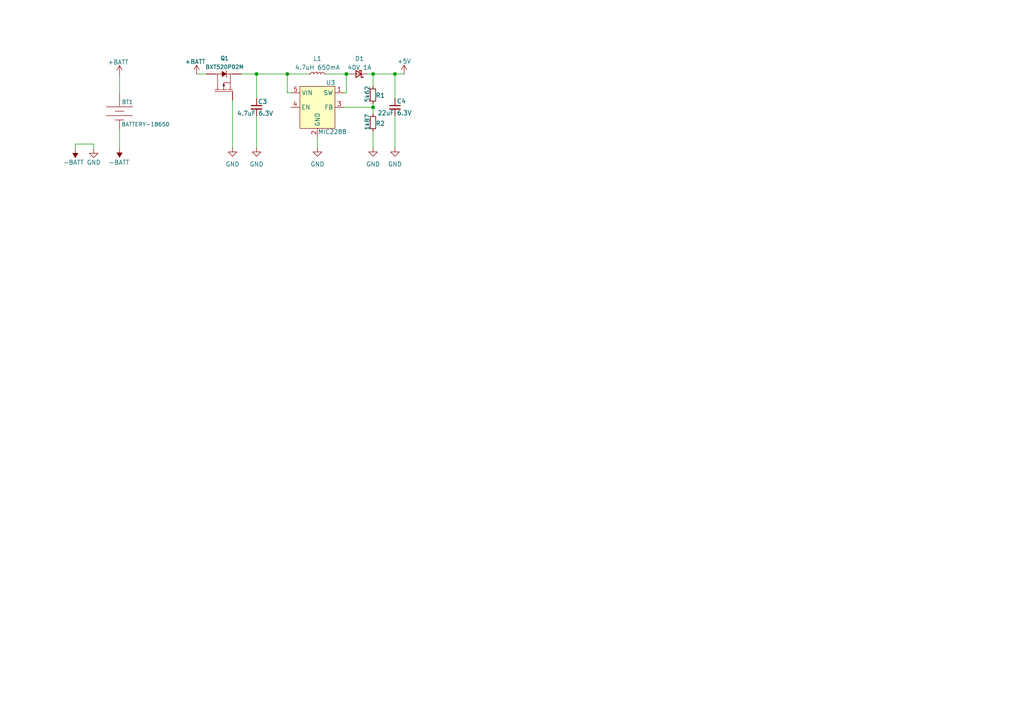
<source format=kicad_sch>
(kicad_sch (version 20230121) (generator eeschema)
  (paper "A4")
  (lib_symbols
    (symbol "Device:C_Small" (pin_numbers hide) (pin_names (offset 0.254) hide)
      (property "Reference" "C" (at 0.254 1.778 0))
      (property "Value" "C_Small" (at 0.254 -2.032 0))
      (symbol "C_Small_0_1"
        (polyline (pts (xy -1.524 -0.508) (xy 1.524 -0.508)) (stroke (width 0.3302)))
        (polyline (pts (xy -1.524 0.508) (xy 1.524 0.508)) (stroke (width 0.3048)))
      )
      (symbol "C_Small_1_1"
        (pin passive line (at 0 2.54 270) (length 2.032) (name "~") (number "1"))
        (pin passive line (at 0 -2.54 90) (length 2.032) (name "~") (number "2"))
      )
    )
    (symbol "Device:D_Schottky_Small" (pin_numbers hide) (pin_names (offset 0.254) hide)
      (property "Reference" "D" (at -1.27 2.032 0))
      (property "Value" "D_Schottky_Small" (at -7.112 -2.032 0))
      (symbol "D_Schottky_Small_0_1"
        (polyline (pts (xy -0.762 0) (xy 0.762 0)))
        (polyline (pts (xy 0.762 -1.016) (xy -0.762 0) (xy 0.762 1.016) (xy 0.762 -1.016)) (stroke (width 0.254)))
        (polyline (pts (xy -1.27 0.762) (xy -1.27 1.016) (xy -0.762 1.016) (xy -0.762 -1.016) (xy -0.254 -1.016) (xy -0.254 -0.762)) (stroke (width 0.254)))
      )
      (symbol "D_Schottky_Small_1_1"
        (pin passive line (at -2.54 0 0) (length 1.778) (name "K") (number "1"))
        (pin passive line (at 2.54 0 180) (length 1.778) (name "A") (number "2"))
      )
    )
    (symbol "Device:L_Small" (pin_numbers hide) (pin_names (offset 0.254) hide)
      (property "Reference" "L" (at 0.762 1.016 0))
      (property "Value" "L_Small" (at 0.762 -1.016 0))
      (symbol "L_Small_0_1"
        (arc (start 0 -2.032) (mid 0.5058 -1.524) (end 0 -1.016))
        (arc (start 0 -1.016) (mid 0.5058 -0.508) (end 0 0))
        (arc (start 0 0) (mid 0.5058 0.508) (end 0 1.016))
        (arc (start 0 1.016) (mid 0.5058 1.524) (end 0 2.032))
      )
      (symbol "L_Small_1_1"
        (pin passive line (at 0 2.54 270) (length 0.508) (name "~") (number "1"))
        (pin passive line (at 0 -2.54 90) (length 0.508) (name "~") (number "2"))
      )
    )
    (symbol "Device:R_Small" (pin_numbers hide) (pin_names (offset 0.254) hide)
      (property "Reference" "R" (at 0.762 0.508 0))
      (property "Value" "R_Small" (at 0.762 -1.016 0))
      (symbol "R_Small_0_1"
        (rectangle (start -0.762 1.778) (end 0.762 -1.778) (stroke (width 0.2032)))
      )
      (symbol "R_Small_1_1"
        (pin passive line (at 0 2.54 270) (length 0.762) (name "~") (number "1"))
        (pin passive line (at 0 -2.54 90) (length 0.762) (name "~") (number "2"))
      )
    )
    (symbol "SparkFun-Batteries:BATTERY-18650" (pin_numbers hide) (pin_names (offset 1.016) hide)
      (property "Reference" "BT" (at 0 4.318 0))
      (property "Value" "BATTERY-18650" (at 0 -6.35 0))
      (property "Field4" "BATT-12327" (at 0 7.62 0))
      (symbol "BATTERY-18650_1_0"
        (polyline (pts (xy -2.54 0) (xy -1.524 0)))
        (polyline (pts (xy -1.27 3.81) (xy -1.27 -3.81)))
        (polyline (pts (xy 0 1.27) (xy 0 -1.27)))
        (polyline (pts (xy 1.27 3.81) (xy 1.27 -3.81)))
        (polyline (pts (xy 2.54 1.27) (xy 2.54 -1.27)))
      )
      (symbol "BATTERY-18650_1_1"
        (pin power_in line (at 5.08 0 180) (length 2.54) (name "-") (number "GND@"))
        (pin power_in line (at -5.08 0 0) (length 2.54) (name "+") (number "PWR@"))
      )
    )
    (symbol "SparkFun-DiscreteSemi:MOSFET_PCH-IRLML2244" (pin_numbers hide) (pin_names (offset 1.016) hide)
      (property "Reference" "Q" (at 3.81 3.81 0))
      (property "Value" "MOSFET_PCH-IRLML2244" (at 3.81 -5.08 0))
      (property "Field4" "TRANS-11153" (at 0 7.62 0))
      (symbol "MOSFET_PCH-IRLML2244_1_0"
        (polyline (pts (xy -2.54 -2.54) (xy -2.54 2.54)))
        (polyline (pts (xy -1.9812 -1.905) (xy -1.9812 -2.54)))
        (polyline (pts (xy -1.9812 -1.905) (xy 0 -1.905)))
        (polyline (pts (xy -1.9812 -1.2954) (xy -1.9812 -1.905)))
        (polyline (pts (xy -1.9812 0) (xy -1.9812 -0.8382)))
        (polyline (pts (xy -1.9812 0.6858) (xy -1.9812 0)))
        (polyline (pts (xy -1.9812 1.8034) (xy -1.9812 1.0922)))
        (polyline (pts (xy -1.9812 1.8034) (xy 2.54 1.8034)))
        (polyline (pts (xy -1.9812 2.54) (xy -1.9812 1.8034)))
        (polyline (pts (xy 0 -1.905) (xy 0 0)))
        (polyline (pts (xy 0 0) (xy -1.9812 0)))
        (polyline (pts (xy 1.778 -0.762) (xy 1.6002 -0.9398)))
        (polyline (pts (xy 1.778 -0.762) (xy 3.302 -0.762)))
        (polyline (pts (xy 2.54 -2.54) (xy 2.54 -1.905)))
        (polyline (pts (xy 2.54 -1.905) (xy 0 -1.905)))
        (polyline (pts (xy 2.54 -1.905) (xy 2.54 -0.7874)))
        (polyline (pts (xy 2.54 1.8034) (xy 2.54 0.5842)))
        (polyline (pts (xy 2.54 2.54) (xy 2.54 1.8034)))
        (polyline (pts (xy 3.4798 -0.5842) (xy 3.302 -0.762)))
      )
      (symbol "MOSFET_PCH-IRLML2244_1_1"
        (polyline (pts (xy -0.1778 0) (xy -0.9398 -0.254) (xy -0.9398 -0.254) (xy -0.9398 0.254) (xy -0.9398 0.254) (xy -0.1778 0)) (fill (type outline)))
        (polyline (pts (xy 3.302 0.508) (xy 2.54 -0.762) (xy 2.54 -0.762) (xy 1.778 0.508) (xy 1.778 0.508) (xy 3.302 0.508)) (fill (type outline)))
        (pin bidirectional line (at -5.08 -2.54 0) (length 2.54) (name "G") (number "1"))
        (pin bidirectional line (at 2.54 -5.08 90) (length 2.54) (name "S") (number "2"))
        (pin bidirectional line (at 2.54 5.08 270) (length 2.54) (name "D") (number "3"))
      )
    )
    (symbol "Zalfon-kicad-lib:MIC2288"
      (property "Reference" "U" (at 4.064 6.985 0))
      (property "Value" "MIC2288" (at 4.445 -7.112 0))
      (symbol "MIC2288_1_1"
        (rectangle (start -5.08 6.096) (end 5.08 -6.096) (fill (type background)))
        (pin output line (at 7.62 4.191 180) (length 2.54) (name "SW") (number "1"))
        (pin input line (at 0 -8.636 90) (length 2.54) (name "GND") (number "2"))
        (pin input line (at 7.62 0 180) (length 2.54) (name "FB") (number "3"))
        (pin input line (at -7.747 0 0) (length 2.54) (name "EN") (number "4"))
        (pin input line (at -7.62 4.191 0) (length 2.54) (name "VIN") (number "5"))
      )
    )
    (symbol "power:+5V" (power) (pin_names (offset 0))
      (property "Value" "+5V" (at 0 3.556 0))
      (symbol "+5V_0_1"
        (polyline (pts (xy -0.762 1.27) (xy 0 2.54)))
        (polyline (pts (xy 0 0) (xy 0 2.54)))
        (polyline (pts (xy 0 2.54) (xy 0.762 1.27)))
      )
      (symbol "+5V_1_1"
        (pin power_in line (at 0 0 90) (length 0) hide (name "+5V") (number "1"))
      )
    )
    (symbol "power:+BATT" (power) (pin_names (offset 0))
      (property "Value" "+BATT" (at 0 3.556 0))
      (symbol "+BATT_0_1"
        (polyline (pts (xy -0.762 1.27) (xy 0 2.54)))
        (polyline (pts (xy 0 0) (xy 0 2.54)))
        (polyline (pts (xy 0 2.54) (xy 0.762 1.27)))
      )
      (symbol "+BATT_1_1"
        (pin power_in line (at 0 0 90) (length 0) hide (name "+BATT") (number "1"))
      )
    )
    (symbol "power:-BATT" (power) (pin_names (offset 0))
      (property "Value" "-BATT" (at 0 3.556 0))
      (symbol "-BATT_0_1"
        (polyline (pts (xy 0 0) (xy 0 2.54)))
        (polyline (pts (xy 0.762 1.27) (xy -0.762 1.27) (xy 0 2.54) (xy 0.762 1.27)) (fill (type outline)))
      )
      (symbol "-BATT_1_1"
        (pin power_in line (at 0 0 90) (length 0) hide (name "-BATT") (number "1"))
      )
    )
    (symbol "power:GND" (power) (pin_names (offset 0))
      (property "Value" "GND" (at 0 -3.81 0))
      (symbol "GND_0_1"
        (polyline (pts (xy 0 0) (xy 0 -1.27) (xy 1.27 -1.27) (xy 0 -2.54) (xy -1.27 -1.27) (xy 0 -1.27)))
      )
      (symbol "GND_1_1"
        (pin power_in line (at 0 0 270) (length 0) hide (name "GND") (number "1"))
      )
    )
  )
  (junction (at 108.204 31.115))
  (junction (at 108.204 21.463))
  (junction (at 83.312 21.463))
  (junction (at 100.457 21.463))
  (junction (at 114.554 21.463))
  (junction (at 74.422 21.463))
  (wire (pts (xy 57.023 21.463) (xy 59.817 21.463)))
  (wire (pts (xy 21.844 43.18) (xy 21.844 41.783)))
  (wire (pts (xy 99.695 31.115) (xy 108.204 31.115)))
  (wire (pts (xy 114.554 21.463) (xy 117.221 21.463)))
  (wire (pts (xy 34.671 37.338) (xy 34.671 43.053)))
  (wire (pts (xy 92.075 39.751) (xy 92.075 42.799)))
  (wire (pts (xy 74.422 21.463) (xy 74.422 28.575)))
  (wire (pts (xy 34.671 21.59) (xy 34.671 27.178)))
  (wire (pts (xy 99.695 26.924) (xy 100.457 26.924)))
  (wire (pts (xy 74.422 33.655) (xy 74.422 42.799)))
  (wire (pts (xy 21.844 41.783) (xy 27.178 41.783)))
  (wire (pts (xy 106.553 21.463) (xy 108.204 21.463)))
  (wire (pts (xy 84.455 26.924) (xy 83.312 26.924)))
  (wire (pts (xy 74.422 21.463) (xy 83.312 21.463)))
  (wire (pts (xy 108.204 31.115) (xy 108.204 30.099)))
  (wire (pts (xy 69.977 21.463) (xy 74.422 21.463)))
  (wire (pts (xy 100.457 21.463) (xy 101.473 21.463)))
  (wire (pts (xy 94.615 21.463) (xy 100.457 21.463)))
  (wire (pts (xy 27.178 41.783) (xy 27.178 43.18)))
  (wire (pts (xy 89.535 21.463) (xy 83.312 21.463)))
  (wire (pts (xy 114.554 21.463) (xy 108.204 21.463)))
  (wire (pts (xy 108.204 31.115) (xy 108.204 33.02)))
  (wire (pts (xy 108.204 42.799) (xy 108.204 38.1)))
  (wire (pts (xy 114.554 33.655) (xy 114.554 42.799)))
  (wire (pts (xy 100.457 26.924) (xy 100.457 21.463)))
  (wire (pts (xy 114.554 28.575) (xy 114.554 21.463)))
  (wire (pts (xy 67.437 29.083) (xy 67.437 42.799)))
  (wire (pts (xy 108.204 21.463) (xy 108.204 25.019)))
  (wire (pts (xy 83.312 26.924) (xy 83.312 21.463)))
  (symbol (lib_id "Device:R_Small") (at 108.204 27.559 0) (unit 1)
    (property "Reference" "R1" (at 108.966 27.686 0) (effects (justify left)))
    (property "Value" "5k62" (at 106.553 29.718 90) (effects (justify left)))
  )
  (symbol (lib_id "power:GND") (at 74.422 42.799 0) (unit 1)
    (property "Reference" "#PWR014" (effects hide))
    (property "Value" "GND" (at 74.422 47.625 0))
  )
  (symbol (lib_id "Device:R_Small") (at 108.204 35.56 0) (unit 1)
    (property "Reference" "R2" (at 108.966 35.814 0) (effects (justify left)))
    (property "Value" "1k87" (at 106.553 37.846 90) (effects (justify left)))
  )
  (symbol (lib_id "Device:C_Small") (at 114.554 31.115 0) (unit 1)
    (property "Reference" "C4" (at 115.062 29.337 0) (effects (justify left)))
    (property "Value" "22uF 6.3V" (at 109.474 32.766 0) (effects (justify left)))
  )
  (symbol (lib_id "Device:L_Small") (at 92.075 21.463 90) (unit 1)
    (property "Reference" "L1" (at 92.075 17.018 90))
    (property "Value" "4.7uH 650mA" (at 92.075 19.558 90))
  )
  (symbol (lib_id "Device:D_Schottky_Small") (at 104.013 21.463 180) (unit 1)
    (property "Reference" "D1" (at 104.267 17.018 0))
    (property "Value" "40V 1A" (at 104.267 19.558 0))
  )
  (symbol (lib_id "power:GND") (at 67.437 42.799 0) (unit 1)
    (property "Reference" "#PWR017" (effects hide))
    (property "Value" "GND" (at 67.437 47.625 0))
  )
  (symbol (lib_id "power:+5V") (at 117.221 21.463 0) (unit 1)
    (property "Reference" "#PWR020" (effects hide))
    (property "Value" "+5V" (at 117.221 17.78 0))
  )
  (symbol (lib_id "power:-BATT") (at 34.671 43.053 180) (unit 1)
    (property "Reference" "#PWR021" (effects hide))
    (property "Value" "-BATT" (at 34.544 47.117 0))
  )
  (symbol (lib_id "power:+BATT") (at 57.023 21.463 0) (unit 1)
    (property "Reference" "#PWR018" (effects hide))
    (property "Value" "+BATT" (at 56.642 17.907 0))
  )
  (symbol (lib_id "power:-BATT") (at 21.844 43.18 180) (unit 1)
    (property "Reference" "#PWR023" (effects hide))
    (property "Value" "-BATT" (at 21.336 47.117 0))
  )
  (symbol (lib_id "power:+BATT") (at 34.671 21.59 0) (unit 1)
    (property "Reference" "#PWR019" (effects hide))
    (property "Value" "+BATT" (at 34.29 18.034 0))
  )
  (symbol (lib_id "power:GND") (at 114.554 42.799 0) (unit 1)
    (property "Reference" "#PWR016" (effects hide))
    (property "Value" "GND" (at 114.554 47.625 0))
  )
  (symbol (lib_id "Zalfon-kicad-lib:MIC2288") (at 92.075 31.115 0) (unit 1)
    (property "Reference" "U3" (at 95.885 24.003 0))
    (property "Value" "MIC2288" (at 96.393 38.227 0))
    (property "Footprint" "Package_TO_SOT_SMD:TSOT-23-5" (effects hide))
  )
  (symbol (lib_id "power:GND") (at 108.204 42.799 0) (unit 1)
    (property "Reference" "#PWR015" (effects hide))
    (property "Value" "GND" (at 108.204 47.625 0))
  )
  (symbol (lib_id "SparkFun-Batteries:BATTERY-18650") (at 34.671 32.258 270) (unit 1)
    (property "Reference" "BT1" (at 35.306 29.591 90) (effects (font (size 1.143 1.143)) (justify left)))
    (property "Value" "BATTERY-18650" (at 35.179 36.068 90) (effects (font (size 1.143 1.143)) (justify left)))
    (property "Footprint" "Battery:BatteryHolder_MPD_BH-18650-PC2" (effects hide))
  )
  (symbol (lib_id "SparkFun-DiscreteSemi:MOSFET_PCH-IRLML2244") (at 64.897 24.003 90) (unit 1)
    (property "Reference" "Q1" (at 65.151 16.891 90) (effects (font (size 1.143 1.143))))
    (property "Value" "BXT520P02M" (at 65.151 19.431 90) (effects (font (size 1.143 1.143))))
    (property "Footprint" "Package_TO_SOT_SMD:SOT-23" (effects hide))
  )
  (symbol (lib_id "power:GND") (at 27.178 43.18 0) (unit 1)
    (property "Reference" "#PWR022" (effects hide))
    (property "Value" "GND" (at 27.178 47.117 0))
  )
  (symbol (lib_id "Device:C_Small") (at 74.422 31.115 0) (unit 1)
    (property "Reference" "C3" (at 74.803 29.464 0) (effects (justify left)))
    (property "Value" "4.7uF 6.3V" (at 68.707 32.893 0) (effects (justify left)))
  )
  (symbol (lib_id "power:GND") (at 92.075 42.799 0) (unit 1)
    (property "Reference" "#PWR013" (effects hide))
    (property "Value" "GND" (at 92.075 47.625 0))
  )
)
</source>
